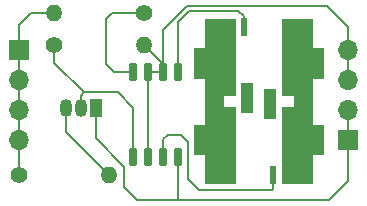
<source format=gbr>
%TF.GenerationSoftware,KiCad,Pcbnew,8.0.6*%
%TF.CreationDate,2024-12-07T18:41:01+09:00*%
%TF.ProjectId,ActuKit,41637475-4b69-4742-9e6b-696361645f70,rev?*%
%TF.SameCoordinates,Original*%
%TF.FileFunction,Copper,L1,Top*%
%TF.FilePolarity,Positive*%
%FSLAX46Y46*%
G04 Gerber Fmt 4.6, Leading zero omitted, Abs format (unit mm)*
G04 Created by KiCad (PCBNEW 8.0.6) date 2024-12-07 18:41:01*
%MOMM*%
%LPD*%
G01*
G04 APERTURE LIST*
G04 Aperture macros list*
%AMRoundRect*
0 Rectangle with rounded corners*
0 $1 Rounding radius*
0 $2 $3 $4 $5 $6 $7 $8 $9 X,Y pos of 4 corners*
0 Add a 4 corners polygon primitive as box body*
4,1,4,$2,$3,$4,$5,$6,$7,$8,$9,$2,$3,0*
0 Add four circle primitives for the rounded corners*
1,1,$1+$1,$2,$3*
1,1,$1+$1,$4,$5*
1,1,$1+$1,$6,$7*
1,1,$1+$1,$8,$9*
0 Add four rect primitives between the rounded corners*
20,1,$1+$1,$2,$3,$4,$5,0*
20,1,$1+$1,$4,$5,$6,$7,0*
20,1,$1+$1,$6,$7,$8,$9,0*
20,1,$1+$1,$8,$9,$2,$3,0*%
G04 Aperture macros list end*
%TA.AperFunction,EtchedComponent*%
%ADD10C,0.120000*%
%TD*%
%TA.AperFunction,SMDPad,CuDef*%
%ADD11RoundRect,0.150000X-0.150000X0.650000X-0.150000X-0.650000X0.150000X-0.650000X0.150000X0.650000X0*%
%TD*%
%TA.AperFunction,SMDPad,CuDef*%
%ADD12R,1.000000X2.500000*%
%TD*%
%TA.AperFunction,SMDPad,CuDef*%
%ADD13R,0.500000X1.500000*%
%TD*%
%TA.AperFunction,ComponentPad*%
%ADD14C,1.400000*%
%TD*%
%TA.AperFunction,ComponentPad*%
%ADD15O,1.400000X1.400000*%
%TD*%
%TA.AperFunction,ComponentPad*%
%ADD16R,1.050000X1.500000*%
%TD*%
%TA.AperFunction,ComponentPad*%
%ADD17O,1.050000X1.500000*%
%TD*%
%TA.AperFunction,ComponentPad*%
%ADD18R,1.700000X1.700000*%
%TD*%
%TA.AperFunction,ComponentPad*%
%ADD19O,1.700000X1.700000*%
%TD*%
%TA.AperFunction,Conductor*%
%ADD20C,0.200000*%
%TD*%
G04 APERTURE END LIST*
D10*
%TO.C,U1*%
X149500000Y-108950000D02*
X148500000Y-108950000D01*
X148500000Y-109950000D01*
X149500000Y-109950000D01*
X149500000Y-116400000D01*
X147000000Y-116400000D01*
X147000000Y-113950000D01*
X146050000Y-113950000D01*
X146050000Y-111450000D01*
X147000000Y-111450000D01*
X147000000Y-107450000D01*
X146050000Y-107450000D01*
X146050000Y-104950000D01*
X147000000Y-104950000D01*
X147000000Y-102500000D01*
X149500000Y-102500000D01*
X149500000Y-108950000D01*
%TA.AperFunction,EtchedComponent*%
G36*
X149500000Y-108950000D02*
G01*
X148500000Y-108950000D01*
X148500000Y-109950000D01*
X149500000Y-109950000D01*
X149500000Y-116400000D01*
X147000000Y-116400000D01*
X147000000Y-113950000D01*
X146050000Y-113950000D01*
X146050000Y-111450000D01*
X147000000Y-111450000D01*
X147000000Y-107450000D01*
X146050000Y-107450000D01*
X146050000Y-104950000D01*
X147000000Y-104950000D01*
X147000000Y-102500000D01*
X149500000Y-102500000D01*
X149500000Y-108950000D01*
G37*
%TD.AperFunction*%
X156000000Y-104950000D02*
X156950000Y-104950000D01*
X156950000Y-107450000D01*
X156000000Y-107450000D01*
X156000000Y-111450000D01*
X156950000Y-111450000D01*
X156950000Y-113950000D01*
X156000000Y-113950000D01*
X156000000Y-116400000D01*
X153500000Y-116400000D01*
X153500000Y-109950000D01*
X154500000Y-109950000D01*
X154500000Y-108950000D01*
X153500000Y-108950000D01*
X153500000Y-102500000D01*
X156000000Y-102500000D01*
X156000000Y-104950000D01*
%TA.AperFunction,EtchedComponent*%
G36*
X156000000Y-104950000D02*
G01*
X156950000Y-104950000D01*
X156950000Y-107450000D01*
X156000000Y-107450000D01*
X156000000Y-111450000D01*
X156950000Y-111450000D01*
X156950000Y-113950000D01*
X156000000Y-113950000D01*
X156000000Y-116400000D01*
X153500000Y-116400000D01*
X153500000Y-109950000D01*
X154500000Y-109950000D01*
X154500000Y-108950000D01*
X153500000Y-108950000D01*
X153500000Y-102500000D01*
X156000000Y-102500000D01*
X156000000Y-104950000D01*
G37*
%TD.AperFunction*%
%TD*%
D11*
%TO.P,U2,1,OUT1*%
%TO.N,Net-(U1-INOUT3)*%
X144705000Y-107000000D03*
%TO.P,U2,2,VCC*%
%TO.N,VDD*%
X143435000Y-107000000D03*
%TO.P,U2,3,VCC*%
X142165000Y-107000000D03*
%TO.P,U2,4,FIN*%
%TO.N,Net-(U2-FIN)*%
X140895000Y-107000000D03*
%TO.P,U2,5,RIN*%
%TO.N,Net-(Q1-C)*%
X140895000Y-114200000D03*
%TO.P,U2,6,VREF*%
%TO.N,VDD*%
X142165000Y-114200000D03*
%TO.P,U2,7,OUT2*%
%TO.N,Net-(U1-INOUT4)*%
X143435000Y-114200000D03*
%TO.P,U2,8,GND*%
%TO.N,GNDPWR*%
X144705000Y-114200000D03*
%TD*%
D12*
%TO.P,U1,1,INOUT1*%
%TO.N,unconnected-(U1-INOUT1-Pad1)*%
X150500000Y-109200000D03*
%TO.P,U1,2,INOUT2*%
%TO.N,unconnected-(U1-INOUT2-Pad2)*%
X152500000Y-109700000D03*
D13*
%TO.P,U1,3,INOUT3*%
%TO.N,Net-(U1-INOUT3)*%
X150250000Y-103200000D03*
%TO.P,U1,4,INOUT4*%
%TO.N,Net-(U1-INOUT4)*%
X152750000Y-115700000D03*
%TD*%
D14*
%TO.P,R3,1*%
%TO.N,Net-(Q1-C)*%
X134200000Y-104700000D03*
D15*
%TO.P,R3,2*%
%TO.N,VDD*%
X141820000Y-104700000D03*
%TD*%
D14*
%TO.P,R2,1*%
%TO.N,Net-(J1-Pin_1)*%
X131200000Y-115700000D03*
D15*
%TO.P,R2,2*%
%TO.N,Net-(Q1-B)*%
X138820000Y-115700000D03*
%TD*%
D14*
%TO.P,R1,1*%
%TO.N,Net-(U2-FIN)*%
X141800000Y-102000000D03*
D15*
%TO.P,R1,2*%
%TO.N,Net-(J1-Pin_1)*%
X134180000Y-102000000D03*
%TD*%
D16*
%TO.P,Q1,1,E*%
%TO.N,GNDPWR*%
X137700000Y-110040000D03*
D17*
%TO.P,Q1,2,C*%
%TO.N,Net-(Q1-C)*%
X136430000Y-110040000D03*
%TO.P,Q1,3,B*%
%TO.N,Net-(Q1-B)*%
X135160000Y-110040000D03*
%TD*%
D18*
%TO.P,J2,1,Pin_1*%
%TO.N,GNDPWR*%
X159100000Y-112700000D03*
D19*
%TO.P,J2,2,Pin_2*%
X159100000Y-110160000D03*
%TO.P,J2,3,Pin_3*%
%TO.N,VDD*%
X159100000Y-107620000D03*
%TO.P,J2,4,Pin_4*%
X159100000Y-105080000D03*
%TD*%
D18*
%TO.P,J1,1,Pin_1*%
%TO.N,Net-(J1-Pin_1)*%
X131200000Y-105120000D03*
D19*
%TO.P,J1,2,Pin_2*%
X131200000Y-107660000D03*
%TO.P,J1,3,Pin_3*%
X131200000Y-110200000D03*
%TO.P,J1,4,Pin_4*%
X131200000Y-112740000D03*
%TD*%
D20*
%TO.N,GNDPWR*%
X144705000Y-117795000D02*
X144700000Y-117800000D01*
X144705000Y-114200000D02*
X144705000Y-117795000D01*
X144700000Y-117800000D02*
X141200000Y-117800000D01*
X157500000Y-117800000D02*
X144700000Y-117800000D01*
X137700000Y-112600000D02*
X137700000Y-110040000D01*
X141200000Y-117800000D02*
X140100000Y-116700000D01*
X140100000Y-116700000D02*
X140100000Y-115000000D01*
X159100000Y-116200000D02*
X157500000Y-117800000D01*
X159100000Y-112700000D02*
X159100000Y-116200000D01*
X140100000Y-115000000D02*
X137700000Y-112600000D01*
%TO.N,Net-(Q1-B)*%
X135160000Y-112040000D02*
X135160000Y-110040000D01*
X138820000Y-115700000D02*
X135160000Y-112040000D01*
%TO.N,Net-(J1-Pin_1)*%
X131200000Y-112740000D02*
X131200000Y-115700000D01*
X131200000Y-110200000D02*
X131200000Y-112740000D01*
X131200000Y-107660000D02*
X131200000Y-110200000D01*
X131200000Y-105120000D02*
X131200000Y-107660000D01*
X131200000Y-103000000D02*
X131200000Y-105120000D01*
X132200000Y-102000000D02*
X131200000Y-103000000D01*
X134180000Y-102000000D02*
X132200000Y-102000000D01*
%TO.N,Net-(U2-FIN)*%
X138600000Y-106300000D02*
X139300000Y-107000000D01*
X139100000Y-102000000D02*
X138600000Y-102500000D01*
X141800000Y-102000000D02*
X139100000Y-102000000D01*
X138600000Y-102500000D02*
X138600000Y-106300000D01*
X139300000Y-107000000D02*
X140895000Y-107000000D01*
%TO.N,Net-(Q1-C)*%
X134200000Y-106200000D02*
X136700000Y-108700000D01*
X134200000Y-104700000D02*
X134200000Y-106200000D01*
%TO.N,VDD*%
X142165000Y-107000000D02*
X142165000Y-114200000D01*
%TO.N,Net-(Q1-C)*%
X139600000Y-108700000D02*
X140895000Y-109995000D01*
X136700000Y-108700000D02*
X139600000Y-108700000D01*
X140895000Y-109995000D02*
X140895000Y-114200000D01*
X136430000Y-108970000D02*
X136700000Y-108700000D01*
X136430000Y-110040000D02*
X136430000Y-108970000D01*
%TO.N,Net-(U1-INOUT4)*%
X145500000Y-112900000D02*
X144900000Y-112300000D01*
X145500000Y-116000000D02*
X145500000Y-112900000D01*
X144900000Y-112300000D02*
X143800000Y-112300000D01*
X146500000Y-117000000D02*
X145500000Y-116000000D01*
X152600000Y-117000000D02*
X146500000Y-117000000D01*
X143800000Y-112300000D02*
X143435000Y-112665000D01*
X143435000Y-112665000D02*
X143435000Y-114200000D01*
X152750000Y-116850000D02*
X152600000Y-117000000D01*
X152750000Y-115700000D02*
X152750000Y-116850000D01*
%TO.N,GNDPWR*%
X159100000Y-110160000D02*
X159100000Y-112700000D01*
%TO.N,VDD*%
X159100000Y-105080000D02*
X159100000Y-107620000D01*
X143435000Y-103399314D02*
X143435000Y-107000000D01*
X145434314Y-101400000D02*
X143435000Y-103399314D01*
X157300000Y-101400000D02*
X145434314Y-101400000D01*
X159100000Y-103200000D02*
X157300000Y-101400000D01*
X159100000Y-105080000D02*
X159100000Y-103200000D01*
%TO.N,Net-(U1-INOUT3)*%
X144705000Y-102695000D02*
X144705000Y-107000000D01*
X145600000Y-101800000D02*
X144705000Y-102695000D01*
X150250000Y-102250000D02*
X149800000Y-101800000D01*
X149800000Y-101800000D02*
X145600000Y-101800000D01*
X150250000Y-103200000D02*
X150250000Y-102250000D01*
%TO.N,VDD*%
X143435000Y-106315000D02*
X143435000Y-107000000D01*
X141820000Y-104700000D02*
X143435000Y-106315000D01*
X142165000Y-107000000D02*
X143435000Y-107000000D01*
%TD*%
M02*

</source>
